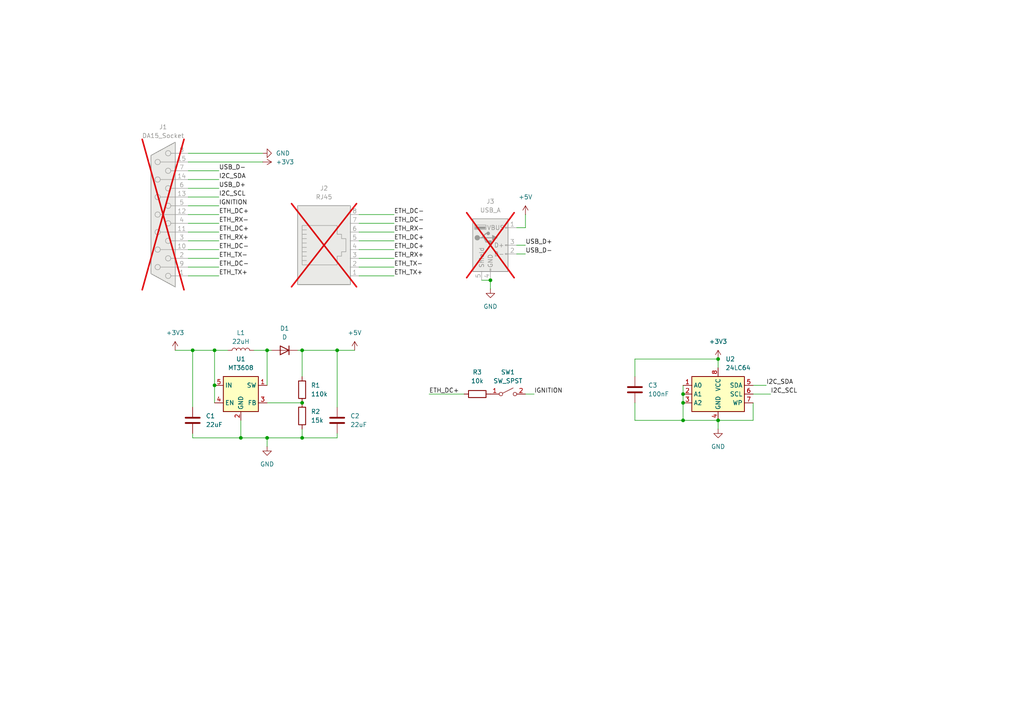
<source format=kicad_sch>
(kicad_sch (version 20250114) (generator "eeschema") (generator_version "9.0")
  (paper "A4")
  (lib_symbols
    (symbol "Connector:DA15_Socket" (pin_names (offset 1.016) (hide yes))
      (property "Reference" "J" (at 0.508 21.59 0))
      (property "Value" "DA15_Socket" (at 0 -22.225 0))
      (symbol "DA15_Socket_0_1"
        (polyline (pts (xy -3.81 20.955) (xy 3.175 17.145) (xy 3.175 -17.145) (xy -3.81 -20.955) (xy -3.81 20.955)) (stroke (width 0.254)) (fill (type background)))
        (polyline (pts (xy -3.81 17.78) (xy -2.54 17.78)))
        (polyline (pts (xy -3.81 15.24) (xy 0.508 15.24)))
        (polyline (pts (xy -3.81 12.7) (xy -2.54 12.7)))
        (polyline (pts (xy -3.81 10.16) (xy 0.508 10.16)))
        (polyline (pts (xy -3.81 7.62) (xy -2.54 7.62)))
        (polyline (pts (xy -3.81 5.08) (xy 0.508 5.08)))
        (polyline (pts (xy -3.81 2.54) (xy -2.54 2.54)))
        (polyline (pts (xy -3.81 0) (xy 0.508 0)))
        (polyline (pts (xy -3.81 -2.54) (xy -2.54 -2.54)))
        (polyline (pts (xy -3.81 -5.08) (xy 0.508 -5.08)))
        (polyline (pts (xy -3.81 -7.62) (xy -2.54 -7.62)))
        (polyline (pts (xy -3.81 -10.16) (xy 0.508 -10.16)))
        (polyline (pts (xy -3.81 -12.7) (xy -2.54 -12.7)))
        (polyline (pts (xy -3.81 -15.24) (xy 0.508 -15.24)))
        (polyline (pts (xy -3.81 -17.78) (xy -2.54 -17.78)))
        (circle (center -1.778 17.78) (radius 0.762))
        (circle (center -1.778 12.7) (radius 0.762))
        (circle (center -1.778 7.62) (radius 0.762))
        (circle (center -1.778 2.54) (radius 0.762))
        (circle (center -1.778 -2.54) (radius 0.762))
        (circle (center -1.778 -7.62) (radius 0.762))
        (circle (center -1.778 -12.7) (radius 0.762))
        (circle (center -1.778 -17.78) (radius 0.762))
        (circle (center 1.27 15.24) (radius 0.762))
        (circle (center 1.27 10.16) (radius 0.762))
        (circle (center 1.27 5.08) (radius 0.762))
        (circle (center 1.27 0) (radius 0.762))
        (circle (center 1.27 -5.08) (radius 0.762))
        (circle (center 1.27 -10.16) (radius 0.762))
        (circle (center 1.27 -15.24) (radius 0.762))
      )
      (symbol "DA15_Socket_1_1"
        (pin passive line (at -7.62 17.78 0) (length 3.81) (name "1") (number "1"))
        (pin passive line (at -7.62 15.24 0) (length 3.81) (name "P9") (number "9"))
        (pin passive line (at -7.62 12.7 0) (length 3.81) (name "2") (number "2"))
        (pin passive line (at -7.62 10.16 0) (length 3.81) (name "P10") (number "10"))
        (pin passive line (at -7.62 7.62 0) (length 3.81) (name "3") (number "3"))
        (pin passive line (at -7.62 5.08 0) (length 3.81) (name "P111") (number "11"))
        (pin passive line (at -7.62 2.54 0) (length 3.81) (name "4") (number "4"))
        (pin passive line (at -7.62 0 0) (length 3.81) (name "P12") (number "12"))
        (pin passive line (at -7.62 -2.54 0) (length 3.81) (name "5") (number "5"))
        (pin passive line (at -7.62 -5.08 0) (length 3.81) (name "P13") (number "13"))
        (pin passive line (at -7.62 -7.62 0) (length 3.81) (name "6") (number "6"))
        (pin passive line (at -7.62 -10.16 0) (length 3.81) (name "P14") (number "14"))
        (pin passive line (at -7.62 -12.7 0) (length 3.81) (name "7") (number "7"))
        (pin passive line (at -7.62 -15.24 0) (length 3.81) (name "P15") (number "15"))
        (pin passive line (at -7.62 -17.78 0) (length 3.81) (name "8") (number "8"))
      )
    )
    (symbol "Connector:RJ45" (pin_names (offset 1.016))
      (property "Reference" "J" (at -5.08 13.97 0))
      (property "Value" "RJ45" (at 2.54 13.97 0))
      (symbol "RJ45_0_1"
        (polyline (pts (xy -6.35 1.905) (xy -5.08 1.905) (xy -5.08 1.905)))
        (polyline (pts (xy -6.35 0.635) (xy -5.08 0.635) (xy -5.08 0.635)))
        (polyline (pts (xy -6.35 -0.635) (xy -5.08 -0.635) (xy -5.08 -0.635)))
        (polyline (pts (xy -6.35 -1.905) (xy -5.08 -1.905) (xy -5.08 -1.905)))
        (polyline (pts (xy -6.35 -3.175) (xy -5.08 -3.175) (xy -5.08 -3.175)))
        (polyline (pts (xy -6.35 -4.445) (xy -6.35 6.985) (xy 3.81 6.985) (xy 3.81 4.445) (xy 5.08 4.445) (xy 5.08 3.175) (xy 6.35 3.175) (xy 6.35 -0.635) (xy 5.08 -0.635) (xy 5.08 -1.905) (xy 3.81 -1.905) (xy 3.81 -4.445) (xy -6.35 -4.445) (xy -6.35 -4.445)))
        (polyline (pts (xy -5.08 5.715) (xy -6.35 5.715)))
        (polyline (pts (xy -5.08 4.445) (xy -6.35 4.445)))
        (polyline (pts (xy -5.08 3.175) (xy -6.35 3.175) (xy -6.35 3.175)))
        (rectangle (start 7.62 12.7) (end -7.62 -10.16) (stroke (width 0.254)) (fill (type background)))
      )
      (symbol "RJ45_1_1"
        (pin passive line (at 10.16 10.16 180) (length 2.54) (name "~") (number "8"))
        (pin passive line (at 10.16 7.62 180) (length 2.54) (name "~") (number "7"))
        (pin passive line (at 10.16 5.08 180) (length 2.54) (name "~") (number "6"))
        (pin passive line (at 10.16 2.54 180) (length 2.54) (name "~") (number "5"))
        (pin passive line (at 10.16 0 180) (length 2.54) (name "~") (number "4"))
        (pin passive line (at 10.16 -2.54 180) (length 2.54) (name "~") (number "3"))
        (pin passive line (at 10.16 -5.08 180) (length 2.54) (name "~") (number "2"))
        (pin passive line (at 10.16 -7.62 180) (length 2.54) (name "~") (number "1"))
      )
    )
    (symbol "Connector:USB_A" (pin_names (offset 1.016))
      (property "Reference" "J" (at -5.08 11.43 0))
      (property "Value" "USB_A" (at -5.08 8.89 0))
      (symbol "USB_A_0_1"
        (rectangle (start -5.08 -7.62) (end 5.08 7.62) (stroke (width 0.254)) (fill (type background)))
        (circle (center -3.81 2.159) (radius 0.635) (stroke (width 0.254)) (fill (type outline)))
        (polyline (pts (xy -3.175 2.159) (xy -2.54 2.159) (xy -1.27 3.429) (xy -0.635 3.429)) (stroke (width 0.254)))
        (polyline (pts (xy -2.54 2.159) (xy -1.905 2.159) (xy -1.27 0.889) (xy 0 0.889)) (stroke (width 0.254)))
        (rectangle (start -1.524 4.826) (end -4.318 5.334) (fill (type outline)))
        (rectangle (start -1.27 4.572) (end -4.572 5.842))
        (circle (center -0.635 3.429) (radius 0.381) (stroke (width 0.254)) (fill (type outline)))
        (rectangle (start -0.127 -7.62) (end 0.127 -6.858))
        (rectangle (start 0.254 1.27) (end -0.508 0.508) (stroke (width 0.254)) (fill (type outline)))
        (polyline (pts (xy 0.635 2.794) (xy 0.635 1.524) (xy 1.905 2.159) (xy 0.635 2.794)) (stroke (width 0.254)) (fill (type outline)))
        (rectangle (start 5.08 4.953) (end 4.318 5.207))
        (rectangle (start 5.08 -0.127) (end 4.318 0.127))
        (rectangle (start 5.08 -2.667) (end 4.318 -2.413))
      )
      (symbol "USB_A_1_1"
        (polyline (pts (xy -1.905 2.159) (xy 0.635 2.159)) (stroke (width 0.254)))
        (pin passive line (at -2.54 -10.16 90) (length 2.54) (name "Shield") (number "5"))
        (pin power_in line (at 0 -10.16 90) (length 2.54) (name "GND") (number "4"))
        (pin power_in line (at 7.62 5.08 180) (length 2.54) (name "VBUS") (number "1"))
        (pin bidirectional line (at 7.62 0 180) (length 2.54) (name "D+") (number "3"))
        (pin bidirectional line (at 7.62 -2.54 180) (length 2.54) (name "D-") (number "2"))
      )
    )
    (symbol "Device:C" (pin_numbers (hide yes)) (pin_names (offset 0.254))
      (property "Reference" "C" (at 0.635 2.54 0))
      (property "Value" "C" (at 0.635 -2.54 0))
      (symbol "C_0_1"
        (polyline (pts (xy -2.032 0.762) (xy 2.032 0.762)) (stroke (width 0.508)))
        (polyline (pts (xy -2.032 -0.762) (xy 2.032 -0.762)) (stroke (width 0.508)))
      )
      (symbol "C_1_1"
        (pin passive line (at 0 3.81 270) (length 2.794) (name "~") (number "1"))
        (pin passive line (at 0 -3.81 90) (length 2.794) (name "~") (number "2"))
      )
    )
    (symbol "Device:D" (pin_numbers (hide yes)) (pin_names (offset 1.016) (hide yes))
      (property "Reference" "D" (at 0 2.54 0))
      (property "Value" "D" (at 0 -2.54 0))
      (symbol "D_0_1"
        (polyline (pts (xy -1.27 1.27) (xy -1.27 -1.27)) (stroke (width 0.254)))
        (polyline (pts (xy 1.27 1.27) (xy 1.27 -1.27) (xy -1.27 0) (xy 1.27 1.27)) (stroke (width 0.254)))
        (polyline (pts (xy 1.27 0) (xy -1.27 0)))
      )
      (symbol "D_1_1"
        (pin passive line (at -3.81 0 0) (length 2.54) (name "K") (number "1"))
        (pin passive line (at 3.81 0 180) (length 2.54) (name "A") (number "2"))
      )
    )
    (symbol "Device:L" (pin_numbers (hide yes)) (pin_names (offset 1.016) (hide yes))
      (property "Reference" "L" (at -1.27 0 90))
      (property "Value" "L" (at 1.905 0 90))
      (symbol "L_0_1"
        (arc (start 0 2.54) (mid 0.6323 1.905) (end 0 1.27))
        (arc (start 0 1.27) (mid 0.6323 0.635) (end 0 0))
        (arc (start 0 0) (mid 0.6323 -0.635) (end 0 -1.27))
        (arc (start 0 -1.27) (mid 0.6323 -1.905) (end 0 -2.54))
      )
      (symbol "L_1_1"
        (pin passive line (at 0 3.81 270) (length 1.27) (name "1") (number "1"))
        (pin passive line (at 0 -3.81 90) (length 1.27) (name "2") (number "2"))
      )
    )
    (symbol "Device:R" (pin_numbers (hide yes)) (pin_names (offset 0))
      (property "Reference" "R" (at 2.032 0 90))
      (property "Value" "R" (at 0 0 90))
      (symbol "R_0_1"
        (rectangle (start -1.016 -2.54) (end 1.016 2.54) (stroke (width 0.254)))
      )
      (symbol "R_1_1"
        (pin passive line (at 0 3.81 270) (length 1.27) (name "~") (number "1"))
        (pin passive line (at 0 -3.81 90) (length 1.27) (name "~") (number "2"))
      )
    )
    (symbol "Memory_EEPROM:24LC64"
      (property "Reference" "U" (at -6.35 6.35 0))
      (property "Value" "24LC64" (at 1.27 6.35 0))
      (symbol "24LC64_1_1"
        (rectangle (start -7.62 5.08) (end 7.62 -5.08) (stroke (width 0.254)) (fill (type background)))
        (pin input line (at -10.16 2.54 0) (length 2.54) (name "A0") (number "1"))
        (pin input line (at -10.16 0 0) (length 2.54) (name "A1") (number "2"))
        (pin input line (at -10.16 -2.54 0) (length 2.54) (name "A2") (number "3"))
        (pin power_in line (at 0 7.62 270) (length 2.54) (name "VCC") (number "8"))
        (pin power_in line (at 0 -7.62 90) (length 2.54) (name "GND") (number "4"))
        (pin bidirectional line (at 10.16 2.54 180) (length 2.54) (name "SDA") (number "5"))
        (pin input line (at 10.16 0 180) (length 2.54) (name "SCL") (number "6"))
        (pin input line (at 10.16 -2.54 180) (length 2.54) (name "WP") (number "7"))
      )
    )
    (symbol "Regulator_Switching:MT3608"
      (property "Reference" "U" (at -2.54 8.89 0))
      (property "Value" "MT3608" (at -3.81 6.35 0))
      (symbol "MT3608_0_1"
        (rectangle (start -5.08 5.08) (end 5.08 -5.08) (stroke (width 0.254)) (fill (type background)))
      )
      (symbol "MT3608_1_1"
        (pin power_in line (at -7.62 2.54 0) (length 2.54) (name "IN") (number "5"))
        (pin input line (at -7.62 -2.54 0) (length 2.54) (name "EN") (number "4"))
        (pin power_in line (at 0 -7.62 90) (length 2.54) (name "GND") (number "2"))
        (pin no_connect line (at 5.08 0 180) (length 2.54) (hide yes) (name "NC") (number "6"))
        (pin passive line (at 7.62 2.54 180) (length 2.54) (name "SW") (number "1"))
        (pin input line (at 7.62 -2.54 180) (length 2.54) (name "FB") (number "3"))
      )
    )
    (symbol "Switch:SW_SPST" (pin_names (offset 0) (hide yes))
      (property "Reference" "SW" (at 0 3.175 0))
      (property "Value" "SW_SPST" (at 0 -2.54 0))
      (symbol "SW_SPST_0_0"
        (circle (center -2.032 0) (radius 0.508))
        (polyline (pts (xy -1.524 0.254) (xy 1.524 1.778)))
        (circle (center 2.032 0) (radius 0.508))
      )
      (symbol "SW_SPST_1_1"
        (pin passive line (at -5.08 0 0) (length 2.54) (name "A") (number "1"))
        (pin passive line (at 5.08 0 180) (length 2.54) (name "B") (number "2"))
      )
    )
    (symbol "power:+3V3" (power) (pin_numbers (hide yes)) (pin_names (offset 0) (hide yes))
      (property "Value" "+3V3" (at 0 3.556 0))
      (symbol "+3V3_0_1"
        (polyline (pts (xy -0.762 1.27) (xy 0 2.54)))
        (polyline (pts (xy 0 2.54) (xy 0.762 1.27)))
        (polyline (pts (xy 0 0) (xy 0 2.54)))
      )
      (symbol "+3V3_1_1"
        (pin power_in line (at 0 0 90) (length 0) (name "~") (number "1"))
      )
    )
    (symbol "power:+5V" (power) (pin_numbers (hide yes)) (pin_names (offset 0) (hide yes))
      (property "Value" "+5V" (at 0 3.556 0))
      (symbol "+5V_0_1"
        (polyline (pts (xy -0.762 1.27) (xy 0 2.54)))
        (polyline (pts (xy 0 2.54) (xy 0.762 1.27)))
        (polyline (pts (xy 0 0) (xy 0 2.54)))
      )
      (symbol "+5V_1_1"
        (pin power_in line (at 0 0 90) (length 0) (name "~") (number "1"))
      )
    )
    (symbol "power:GND" (power) (pin_numbers (hide yes)) (pin_names (offset 0) (hide yes))
      (property "Value" "GND" (at 0 -3.81 0))
      (symbol "GND_0_1"
        (polyline (pts (xy 0 0) (xy 0 -1.27) (xy 1.27 -1.27) (xy 0 -2.54) (xy -1.27 -1.27) (xy 0 -1.27)))
      )
      (symbol "GND_1_1"
        (pin power_in line (at 0 0 270) (length 0) (name "~") (number "1"))
      )
    )
  )
  (junction (at 208.28 121.92))
  (junction (at 97.79 101.6))
  (junction (at 198.12 116.84))
  (junction (at 198.12 121.92))
  (junction (at 62.23 111.76))
  (junction (at 87.63 101.6))
  (junction (at 55.88 101.6))
  (junction (at 77.47 101.6))
  (junction (at 142.24 81.28))
  (junction (at 87.63 127))
  (junction (at 69.85 127))
  (junction (at 208.28 104.14))
  (junction (at 198.12 114.3))
  (junction (at 77.47 127))
  (junction (at 62.23 101.6))
  (junction (at 87.63 116.84))
  (wire (pts (xy 198.12 121.92) (xy 208.28 121.92)))
  (wire (pts (xy 86.36 101.6) (xy 87.63 101.6)))
  (wire (pts (xy 63.5 49.53) (xy 54.61 49.53)))
  (wire (pts (xy 54.61 67.31) (xy 63.5 67.31)))
  (wire (pts (xy 54.61 64.77) (xy 63.5 64.77)))
  (wire (pts (xy 62.23 111.76) (xy 62.23 101.6)))
  (wire (pts (xy 184.15 104.14) (xy 208.28 104.14)))
  (wire (pts (xy 184.15 116.84) (xy 184.15 121.92)))
  (wire (pts (xy 142.24 83.82) (xy 142.24 81.28)))
  (wire (pts (xy 184.15 121.92) (xy 198.12 121.92)))
  (wire (pts (xy 87.63 109.22) (xy 87.63 101.6)))
  (wire (pts (xy 69.85 121.92) (xy 69.85 127)))
  (wire (pts (xy 54.61 69.85) (xy 63.5 69.85)))
  (wire (pts (xy 152.4 62.23) (xy 152.4 66.04)))
  (wire (pts (xy 77.47 127) (xy 87.63 127)))
  (wire (pts (xy 55.88 127) (xy 69.85 127)))
  (wire (pts (xy 55.88 127) (xy 55.88 125.73)))
  (wire (pts (xy 50.8 101.6) (xy 55.88 101.6)))
  (wire (pts (xy 77.47 101.6) (xy 73.66 101.6)))
  (wire (pts (xy 77.47 127) (xy 69.85 127)))
  (wire (pts (xy 54.61 77.47) (xy 63.5 77.47)))
  (wire (pts (xy 218.44 121.92) (xy 208.28 121.92)))
  (wire (pts (xy 54.61 72.39) (xy 63.5 72.39)))
  (wire (pts (xy 198.12 111.76) (xy 198.12 114.3)))
  (wire (pts (xy 104.14 74.93) (xy 114.3 74.93)))
  (wire (pts (xy 78.74 101.6) (xy 77.47 101.6)))
  (wire (pts (xy 76.2 44.45) (xy 54.61 44.45)))
  (wire (pts (xy 208.28 124.46) (xy 208.28 121.92)))
  (wire (pts (xy 62.23 111.76) (xy 62.23 116.84)))
  (wire (pts (xy 54.61 80.01) (xy 63.5 80.01)))
  (wire (pts (xy 87.63 124.46) (xy 87.63 127)))
  (wire (pts (xy 154.94 114.3) (xy 152.4 114.3)))
  (wire (pts (xy 152.4 66.04) (xy 149.86 66.04)))
  (wire (pts (xy 97.79 101.6) (xy 97.79 118.11)))
  (wire (pts (xy 104.14 69.85) (xy 114.3 69.85)))
  (wire (pts (xy 152.4 73.66) (xy 149.86 73.66)))
  (wire (pts (xy 54.61 62.23) (xy 63.5 62.23)))
  (wire (pts (xy 104.14 64.77) (xy 114.3 64.77)))
  (wire (pts (xy 77.47 111.76) (xy 77.47 101.6)))
  (wire (pts (xy 198.12 116.84) (xy 198.12 114.3)))
  (wire (pts (xy 97.79 125.73) (xy 97.79 127)))
  (wire (pts (xy 63.5 52.07) (xy 54.61 52.07)))
  (wire (pts (xy 104.14 72.39) (xy 114.3 72.39)))
  (wire (pts (xy 104.14 62.23) (xy 114.3 62.23)))
  (wire (pts (xy 198.12 116.84) (xy 198.12 121.92)))
  (wire (pts (xy 152.4 71.12) (xy 149.86 71.12)))
  (wire (pts (xy 55.88 101.6) (xy 55.88 118.11)))
  (wire (pts (xy 62.23 101.6) (xy 66.04 101.6)))
  (wire (pts (xy 218.44 116.84) (xy 218.44 121.92)))
  (wire (pts (xy 76.2 46.99) (xy 54.61 46.99)))
  (wire (pts (xy 222.25 111.76) (xy 218.44 111.76)))
  (wire (pts (xy 97.79 101.6) (xy 102.87 101.6)))
  (wire (pts (xy 104.14 67.31) (xy 114.3 67.31)))
  (wire (pts (xy 139.7 81.28) (xy 142.24 81.28)))
  (wire (pts (xy 184.15 109.22) (xy 184.15 104.14)))
  (wire (pts (xy 87.63 101.6) (xy 97.79 101.6)))
  (wire (pts (xy 97.79 127) (xy 87.63 127)))
  (wire (pts (xy 63.5 54.61) (xy 54.61 54.61)))
  (wire (pts (xy 124.46 114.3) (xy 134.62 114.3)))
  (wire (pts (xy 63.5 57.15) (xy 54.61 57.15)))
  (wire (pts (xy 55.88 101.6) (xy 62.23 101.6)))
  (wire (pts (xy 208.28 104.14) (xy 208.28 106.68)))
  (wire (pts (xy 63.5 59.69) (xy 54.61 59.69)))
  (wire (pts (xy 104.14 80.01) (xy 114.3 80.01)))
  (wire (pts (xy 54.61 74.93) (xy 63.5 74.93)))
  (wire (pts (xy 77.47 116.84) (xy 87.63 116.84)))
  (wire (pts (xy 104.14 77.47) (xy 114.3 77.47)))
  (wire (pts (xy 223.52 114.3) (xy 218.44 114.3)))
  (wire (pts (xy 77.47 127) (xy 77.47 129.54)))
  (label "USB_D-" (at 63.5 49.53 0))
  (label "ETH_DC-" (at 114.3 62.23 0))
  (label "IGNITION" (at 154.94 114.3 0))
  (label "ETH_TX+" (at 114.3 80.01 0))
  (label "ETH_DC-" (at 63.5 72.39 0))
  (label "ETH_RX+" (at 63.5 69.85 0))
  (label "ETH_DC+" (at 124.46 114.3 0))
  (label "USB_D+" (at 152.4 71.12 0))
  (label "USB_D-" (at 152.4 73.66 0))
  (label "ETH_TX-" (at 63.5 74.93 0))
  (label "ETH_TX+" (at 63.5 80.01 0))
  (label "ETH_DC-" (at 114.3 64.77 0))
  (label "ETH_RX-" (at 63.5 64.77 0))
  (label "IGNITION" (at 63.5 59.69 0))
  (label "ETH_DC+" (at 114.3 69.85 0))
  (label "I2C_SCL" (at 63.5 57.15 0))
  (label "ETH_TX-" (at 114.3 77.47 0))
  (label "ETH_RX+" (at 114.3 74.93 0))
  (label "ETH_DC-" (at 63.5 77.47 0))
  (label "USB_D+" (at 63.5 54.61 0))
  (label "I2C_SCL" (at 223.52 114.3 0))
  (label "ETH_DC+" (at 63.5 67.31 0))
  (label "I2C_SDA" (at 222.25 111.76 0))
  (label "ETH_RX-" (at 114.3 67.31 0))
  (label "ETH_DC+" (at 114.3 72.39 0))
  (label "I2C_SDA" (at 63.5 52.07 0))
  (label "ETH_DC+" (at 63.5 62.23 0))
  (symbol (lib_id "Connector:RJ45") (at 93.98 72.39 0) (unit 1) (in_bom no) (dnp yes)
    (property "Reference" "J2" (at 93.98 54.61 0))
    (property "Value" "RJ45" (at 93.98 57.15 0))
    (property "Footprint" "Connector_RJ:RJ45_OST_PJ012-8P8CX_Vertical" (effects (hide yes)))
    (property "Description" "RJ connector, 8P8C (8 positions 8 connected)" (effects (hide yes)))
  )
  (symbol (lib_id "power:+3V3") (at 76.2 46.99 270) (unit 1)
    (property "Reference" "#PWR07" (effects (hide yes)))
    (property "Value" "+3V3" (at 80.01 46.9899 90) (effects (justify left)))
    (property "Description" "Power symbol creates a global label with name \"+3V3\"" (effects (hide yes)))
  )
  (symbol (lib_id "Regulator_Switching:MT3608") (at 69.85 114.3 0) (unit 1)
    (property "Reference" "U1" (at 69.85 104.14 0))
    (property "Value" "MT3608" (at 69.85 106.68 0))
    (property "Footprint" "Package_TO_SOT_SMD:SOT-23-6" (effects (hide yes)))
    (property "Datasheet" "https://www.lcsc.com/datasheet/C84817.pdf" (effects (hide yes)))
    (property "Description" "High Efficiency 1.2MHz 2A Step Up Converter, 2-24V Vin, 28V Vout, 4A current limit, 1.2MHz, SOT23-6" (effects (hide yes)))
    (property "LCSC" "C84817" (effects (hide yes)))
  )
  (symbol (lib_id "power:+3V3") (at 208.28 104.14 0) (unit 1)
    (property "Reference" "#PWR09" (effects (hide yes)))
    (property "Value" "+3V3" (at 208.28 99.06 0))
    (property "Description" "Power symbol creates a global label with name \"+3V3\"" (effects (hide yes)))
  )
  (symbol (lib_id "Switch:SW_SPST") (at 147.32 114.3 0) (unit 1)
    (property "Reference" "SW1" (at 147.32 107.95 0))
    (property "Value" "SW_SPST" (at 147.32 110.49 0))
    (property "Footprint" "Button_Switch_SMD:SW_SPST_TS-1088-xR020" (effects (hide yes)))
    (property "Datasheet" "https://www.lcsc.com/datasheet/C720477.pdf" (effects (hide yes)))
    (property "Description" "Single Pole Single Throw (SPST) switch" (effects (hide yes)))
    (property "LCSC" "C720477" (effects (hide yes)))
  )
  (symbol (lib_id "Connector:USB_A") (at 142.24 71.12 0) (unit 1) (in_bom no) (dnp yes)
    (property "Reference" "J3" (at 142.24 58.42 0))
    (property "Value" "USB_A" (at 142.24 60.96 0))
    (property "Footprint" "Connector_USB:USB_A_Molex_105057_Vertical" (effects (hide yes)))
    (property "Description" "USB Type A connector" (effects (hide yes)))
  )
  (symbol (lib_id "power:GND") (at 77.47 129.54 0) (unit 1)
    (property "Reference" "#PWR01" (effects (hide yes)))
    (property "Value" "GND" (at 77.47 134.62 0))
    (property "Description" "Power symbol creates a global label with name \"GND\" , ground" (effects (hide yes)))
  )
  (symbol (lib_id "power:GND") (at 208.28 124.46 0) (unit 1)
    (property "Reference" "#PWR08" (effects (hide yes)))
    (property "Value" "GND" (at 208.28 129.54 0))
    (property "Description" "Power symbol creates a global label with name \"GND\" , ground" (effects (hide yes)))
  )
  (symbol (lib_id "power:+3V3") (at 50.8 101.6 0) (unit 1)
    (property "Reference" "#PWR02" (effects (hide yes)))
    (property "Value" "+3V3" (at 50.8 96.52 0))
    (property "Description" "Power symbol creates a global label with name \"+3V3\"" (effects (hide yes)))
  )
  (symbol (lib_id "power:GND") (at 76.2 44.45 90) (unit 1)
    (property "Reference" "#PWR04" (effects (hide yes)))
    (property "Value" "GND" (at 80.01 44.4499 90) (effects (justify right)))
    (property "Description" "Power symbol creates a global label with name \"GND\" , ground" (effects (hide yes)))
  )
  (symbol (lib_id "Connector:DA15_Socket") (at 46.99 62.23 180) (unit 1) (in_bom no) (dnp yes)
    (property "Reference" "J1" (at 47.3075 36.83 0))
    (property "Value" "DA15_Socket" (at 47.3075 39.37 0))
    (property "Footprint" "Connector_Dsub:DSUB-15_Socket_Vertical_P2.77x2.84mm" (effects (hide yes)))
    (property "Description" "15-pin D-SUB connector, socket (female) (low-density/2 columns)" (effects (hide yes)))
  )
  (symbol (lib_id "Memory_EEPROM:24LC64") (at 208.28 114.3 0) (unit 1)
    (property "Reference" "U2" (at 210.4233 104.14 0) (effects (justify left)))
    (property "Value" "24LC64" (at 210.4233 106.68 0) (effects (justify left)))
    (property "Footprint" "Package_SO:SOIC-8_3.9x4.9mm_P1.27mm" (effects (hide yes)))
    (property "Datasheet" "http://ww1.microchip.com/downloads/en/DeviceDoc/21189f.pdf" (effects (hide yes)))
    (property "Description" "I2C Serial EEPROM, 64Kb, DIP-8/SOIC-8/TSSOP-8/DFN-8" (effects (hide yes)))
    (property "LCSC" "C511260" (effects (hide yes)))
  )
  (symbol (lib_id "Device:D") (at 82.55 101.6 180) (unit 1)
    (property "Reference" "D1" (at 82.55 95.25 0))
    (property "Value" "D" (at 82.55 97.79 0))
    (property "Footprint" "Diode_SMD:D_SMA" (effects (hide yes)))
    (property "Datasheet" "https://www.lcsc.com/datasheet/C727050.pdf" (effects (hide yes)))
    (property "Description" "Diode" (effects (hide yes)))
    (property "Sim.Device" "D" (effects (hide yes)))
    (property "Sim.Pins" "1=K 2=A" (effects (hide yes)))
    (property "LCSC" "C727050" (effects (hide yes)))
  )
  (symbol (lib_id "Device:C") (at 184.15 113.03 0) (unit 1)
    (property "Reference" "C3" (at 187.96 111.7599 0) (effects (justify left)))
    (property "Value" "100nF" (at 187.96 114.2999 0) (effects (justify left)))
    (property "Footprint" "Capacitor_SMD:C_0603_1608Metric" (effects (hide yes)))
    (property "Datasheet" "https://www.lcsc.com/datasheet/C1591.pdf" (effects (hide yes)))
    (property "Description" "Unpolarized capacitor" (effects (hide yes)))
    (property "LCSC" "C1591" (effects (hide yes)))
  )
  (symbol (lib_id "Device:R") (at 87.63 120.65 0) (unit 1)
    (property "Reference" "R2" (at 90.17 119.3799 0) (effects (justify left)))
    (property "Value" "15k" (at 90.17 121.9199 0) (effects (justify left)))
    (property "Footprint" "Resistor_SMD:R_0603_1608Metric" (effects (hide yes)))
    (property "Datasheet" "https://www.lcsc.com/datasheet/C2906995.pdf" (effects (hide yes)))
    (property "Description" "Resistor" (effects (hide yes)))
    (property "LCSC" "C2906995" (effects (hide yes)))
  )
  (symbol (lib_id "Device:R") (at 87.63 113.03 0) (unit 1)
    (property "Reference" "R1" (at 90.17 111.7599 0) (effects (justify left)))
    (property "Value" "110k" (at 90.17 114.2999 0) (effects (justify left)))
    (property "Footprint" "Resistor_SMD:R_0603_1608Metric" (effects (hide yes)))
    (property "Datasheet" "https://www.lcsc.com/datasheet/C2906984.pdf" (effects (hide yes)))
    (property "Description" "Resistor" (effects (hide yes)))
    (property "LCSC" "C2906984" (effects (hide yes)))
  )
  (symbol (lib_id "power:+5V") (at 152.4 62.23 0) (unit 1)
    (property "Reference" "#PWR06" (effects (hide yes)))
    (property "Value" "+5V" (at 152.4 57.15 0))
    (property "Description" "Power symbol creates a global label with name \"+5V\"" (effects (hide yes)))
  )
  (symbol (lib_id "Device:L") (at 69.85 101.6 90) (unit 1)
    (property "Reference" "L1" (at 69.85 96.52 90))
    (property "Value" "22uH" (at 69.85 99.06 90))
    (property "Footprint" "Inductor_SMD:L_APV_APH0630" (effects (hide yes)))
    (property "Datasheet" "https://www.lcsc.com/datasheet/C5349702.pdf" (effects (hide yes)))
    (property "Description" "Inductor" (effects (hide yes)))
    (property "LCSC" "C5349702" (effects (hide yes)))
  )
  (symbol (lib_id "power:GND") (at 142.24 83.82 0) (unit 1)
    (property "Reference" "#PWR05" (effects (hide yes)))
    (property "Value" "GND" (at 142.24 88.9 0))
    (property "Description" "Power symbol creates a global label with name \"GND\" , ground" (effects (hide yes)))
  )
  (symbol (lib_id "Device:C") (at 55.88 121.92 0) (unit 1)
    (property "Reference" "C1" (at 59.69 120.6499 0) (effects (justify left)))
    (property "Value" "22uF" (at 59.69 123.1899 0) (effects (justify left)))
    (property "Footprint" "Capacitor_SMD:C_0603_1608Metric" (effects (hide yes)))
    (property "Datasheet" "https://www.lcsc.com/datasheet/C86295.pdf" (effects (hide yes)))
    (property "Description" "Unpolarized capacitor" (effects (hide yes)))
    (property "LCSC" "C86295" (effects (hide yes)))
  )
  (symbol (lib_id "Device:C") (at 97.79 121.92 0) (unit 1)
    (property "Reference" "C2" (at 101.6 120.6499 0) (effects (justify left)))
    (property "Value" "22uF" (at 101.6 123.1899 0) (effects (justify left)))
    (property "Footprint" "Capacitor_SMD:C_0603_1608Metric" (effects (hide yes)))
    (property "Datasheet" "https://www.lcsc.com/datasheet/C86295.pdf" (effects (hide yes)))
    (property "Description" "Unpolarized capacitor" (effects (hide yes)))
    (property "LCSC" "C86295" (effects (hide yes)))
  )
  (symbol (lib_id "power:+5V") (at 102.87 101.6 0) (unit 1)
    (property "Reference" "#PWR03" (effects (hide yes)))
    (property "Value" "+5V" (at 102.87 96.52 0))
    (property "Description" "Power symbol creates a global label with name \"+5V\"" (effects (hide yes)))
  )
  (symbol (lib_id "Device:R") (at 138.43 114.3 90) (unit 1)
    (property "Reference" "R3" (at 138.43 107.95 90))
    (property "Value" "10k" (at 138.43 110.49 90))
    (property "Footprint" "Resistor_SMD:R_0603_1608Metric" (effects (hide yes)))
    (property "Datasheet" "https://www.lcsc.com/datasheet/C2930027.pdf" (effects (hide yes)))
    (property "Description" "Resistor" (effects (hide yes)))
    (property "LCSC" "C2930027" (effects (hide yes)))
  )
)
</source>
